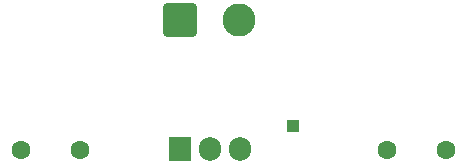
<source format=gbr>
%TF.GenerationSoftware,KiCad,Pcbnew,9.0.7*%
%TF.CreationDate,2026-01-22T13:26:52+05:30*%
%TF.ProjectId,uc7800,75633738-3030-42e6-9b69-6361645f7063,rev?*%
%TF.SameCoordinates,Original*%
%TF.FileFunction,Soldermask,Bot*%
%TF.FilePolarity,Negative*%
%FSLAX46Y46*%
G04 Gerber Fmt 4.6, Leading zero omitted, Abs format (unit mm)*
G04 Created by KiCad (PCBNEW 9.0.7) date 2026-01-22 13:26:52*
%MOMM*%
%LPD*%
G01*
G04 APERTURE LIST*
G04 Aperture macros list*
%AMRoundRect*
0 Rectangle with rounded corners*
0 $1 Rounding radius*
0 $2 $3 $4 $5 $6 $7 $8 $9 X,Y pos of 4 corners*
0 Add a 4 corners polygon primitive as box body*
4,1,4,$2,$3,$4,$5,$6,$7,$8,$9,$2,$3,0*
0 Add four circle primitives for the rounded corners*
1,1,$1+$1,$2,$3*
1,1,$1+$1,$4,$5*
1,1,$1+$1,$6,$7*
1,1,$1+$1,$8,$9*
0 Add four rect primitives between the rounded corners*
20,1,$1+$1,$2,$3,$4,$5,0*
20,1,$1+$1,$4,$5,$6,$7,0*
20,1,$1+$1,$6,$7,$8,$9,0*
20,1,$1+$1,$8,$9,$2,$3,0*%
G04 Aperture macros list end*
%ADD10C,1.600000*%
%ADD11R,1.000000X1.000000*%
%ADD12RoundRect,0.250001X-1.149999X-1.149999X1.149999X-1.149999X1.149999X1.149999X-1.149999X1.149999X0*%
%ADD13C,2.800000*%
%ADD14R,1.905000X2.000000*%
%ADD15O,1.905000X2.000000*%
G04 APERTURE END LIST*
D10*
%TO.C,0.1uF1*%
X147500000Y-96000000D03*
X152500000Y-96000000D03*
%TD*%
D11*
%TO.C,J1*%
X170570000Y-94000000D03*
%TD*%
D10*
%TO.C,0.33uF1*%
X178500000Y-96000000D03*
X183500000Y-96000000D03*
%TD*%
D12*
%TO.C,J2*%
X161000000Y-85000000D03*
D13*
X166000000Y-85000000D03*
%TD*%
D14*
%TO.C,U1*%
X160960000Y-95950000D03*
D15*
X163500000Y-95950000D03*
X166040000Y-95950000D03*
%TD*%
M02*

</source>
